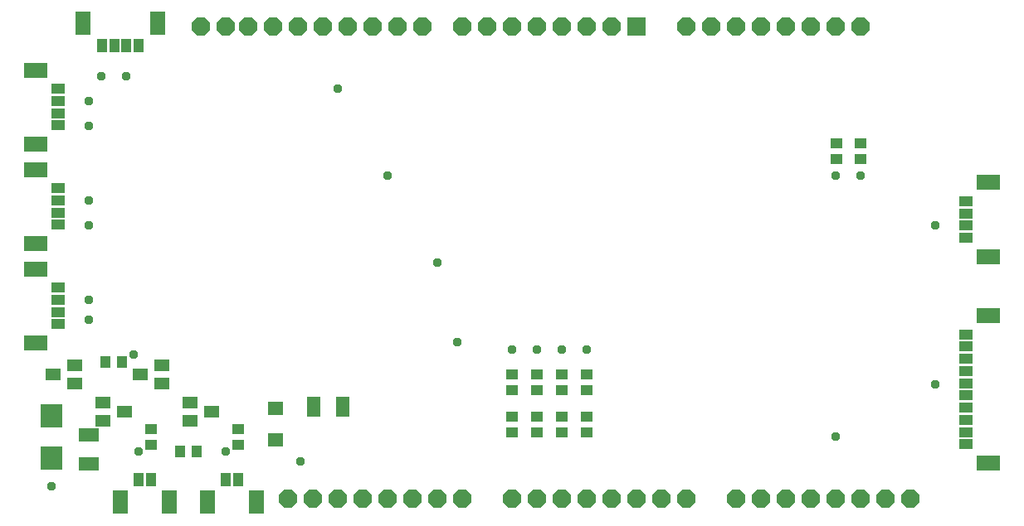
<source format=gbr>
G04 EAGLE Gerber RS-274X export*
G75*
%MOMM*%
%FSLAX34Y34*%
%LPD*%
%INSoldermask Top*%
%IPPOS*%
%AMOC8*
5,1,8,0,0,1.08239X$1,22.5*%
G01*
G04 Define Apertures*
%ADD10R,1.177100X1.001900*%
%ADD11P,2.03446X8X22.5*%
%ADD12R,1.879600X1.879600*%
%ADD13R,2.327100X2.487300*%
%ADD14R,1.564400X1.317800*%
%ADD15R,1.603200X1.203200*%
%ADD16R,1.001900X1.177100*%
%ADD17R,1.367800X2.018500*%
%ADD18R,2.018500X1.367800*%
%ADD19R,1.003200X1.403200*%
%ADD20R,1.503200X2.353200*%
%ADD21R,1.403200X1.003200*%
%ADD22R,2.353200X1.503200*%
%ADD23C,0.959600*%
D10*
X508000Y109752D03*
X508000Y93448D03*
X533400Y109752D03*
X533400Y93448D03*
X558800Y109752D03*
X558800Y93448D03*
X584200Y109752D03*
X584200Y93448D03*
D11*
X533400Y508000D03*
X508000Y25400D03*
X558800Y508000D03*
X584200Y508000D03*
X609600Y508000D03*
D12*
X635000Y508000D03*
D11*
X508000Y508000D03*
X482600Y508000D03*
X457200Y508000D03*
X416560Y508000D03*
X391160Y508000D03*
X365760Y508000D03*
X340360Y508000D03*
X314960Y508000D03*
X289560Y508000D03*
X264160Y508000D03*
X238760Y508000D03*
X533400Y25400D03*
X558800Y25400D03*
X584200Y25400D03*
X609600Y25400D03*
X635000Y25400D03*
X457200Y25400D03*
X431800Y25400D03*
X406400Y25400D03*
X381000Y25400D03*
X355600Y25400D03*
X330200Y25400D03*
X685800Y508000D03*
X711200Y508000D03*
X736600Y508000D03*
X762000Y508000D03*
X787400Y508000D03*
X812800Y508000D03*
X838200Y508000D03*
X863600Y508000D03*
X660400Y25400D03*
X685800Y25400D03*
X736600Y25400D03*
X762000Y25400D03*
X787400Y25400D03*
X812800Y25400D03*
X838200Y25400D03*
X863600Y25400D03*
X889000Y25400D03*
X914400Y25400D03*
X215900Y508000D03*
X190500Y508000D03*
X304800Y25400D03*
X279400Y25400D03*
D13*
X38100Y110541D03*
X38100Y67259D03*
D14*
X266700Y117604D03*
X266700Y85596D03*
D15*
X39800Y152400D03*
X61800Y161900D03*
X61800Y142900D03*
X128700Y152400D03*
X150700Y161900D03*
X150700Y142900D03*
X112600Y114300D03*
X90600Y104800D03*
X90600Y123800D03*
X201500Y114300D03*
X179500Y104800D03*
X179500Y123800D03*
D16*
X185952Y73660D03*
X169648Y73660D03*
X109752Y165100D03*
X93448Y165100D03*
D17*
X334794Y119380D03*
X305286Y119380D03*
D18*
X76200Y90954D03*
X76200Y61446D03*
D10*
X139700Y80748D03*
X139700Y97052D03*
X228600Y80748D03*
X228600Y97052D03*
D19*
X215900Y45130D03*
X228400Y45130D03*
D20*
X196900Y22180D03*
X247400Y22180D03*
D21*
X970870Y81035D03*
X970870Y93535D03*
X970870Y106035D03*
X970870Y118535D03*
X970870Y131035D03*
X970870Y143535D03*
X970870Y156035D03*
X970870Y168535D03*
X970870Y181035D03*
X970870Y193535D03*
D22*
X993820Y62035D03*
X993820Y212535D03*
D19*
X127000Y45130D03*
X139500Y45130D03*
D20*
X108000Y22180D03*
X158500Y22180D03*
D21*
X45130Y241300D03*
X45130Y228800D03*
X45130Y216300D03*
X45130Y203800D03*
D22*
X22180Y260300D03*
X22180Y184800D03*
D21*
X45130Y342900D03*
X45130Y330400D03*
X45130Y317900D03*
X45130Y305400D03*
D22*
X22180Y361900D03*
X22180Y286400D03*
D21*
X45130Y444500D03*
X45130Y432000D03*
X45130Y419500D03*
X45130Y407000D03*
D22*
X22180Y463500D03*
X22180Y388000D03*
D19*
X127000Y488270D03*
X114500Y488270D03*
X102000Y488270D03*
X89500Y488270D03*
D20*
X146000Y511220D03*
X70500Y511220D03*
D10*
X508000Y152932D03*
X508000Y136628D03*
X533400Y152932D03*
X533400Y136628D03*
X558800Y152932D03*
X558800Y136628D03*
X584200Y152932D03*
X584200Y136628D03*
D21*
X970870Y292100D03*
X970870Y304600D03*
X970870Y317100D03*
X970870Y329600D03*
D22*
X993820Y273100D03*
X993820Y348600D03*
D10*
X838615Y389152D03*
X838615Y372848D03*
X863600Y389152D03*
X863600Y372848D03*
D23*
X452120Y185420D03*
X76200Y228600D03*
X431800Y266700D03*
X76200Y330200D03*
X381000Y355600D03*
X76200Y431800D03*
X330200Y444500D03*
X114300Y457200D03*
X215900Y73660D03*
X127000Y73660D03*
X939800Y142240D03*
X38100Y38100D03*
X121920Y172720D03*
X292100Y63500D03*
X76200Y406400D03*
X76200Y304800D03*
X76200Y208280D03*
X88900Y457200D03*
X584200Y177800D03*
X558800Y177800D03*
X533400Y177800D03*
X508000Y177800D03*
X939800Y304800D03*
X863600Y355600D03*
X838200Y355600D03*
X838200Y88900D03*
M02*

</source>
